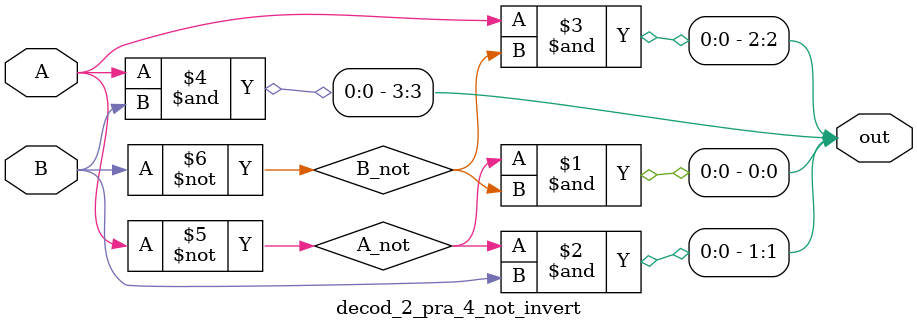
<source format=v>
module decod_2_pra_4_not_invert(A, B, out);
	input A, B;
	output [3:0] out;
	
	wire A_not, B_not;
	
	not (A_not, A);
	not (B_not, B);
	
	and And0 (out[0], A_not, B_not);
	and And1 (out[1], A_not, B);
	and And2 (out[2], A, B_not);
	and And3 (out[3], A, B);
	
	

endmodule 
</source>
